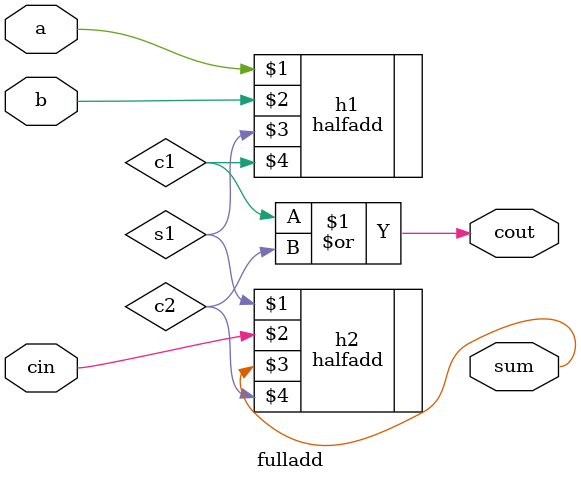
<source format=v>
module fulladd (input a, b, cin,
		output sum, cout);
	
wire s1, c1, c2;

halfadd h1 (a, b, s1, c1);
halfadd h2 (s1, cin, sum, c2);
assign cout = c1 | c2;

endmodule

</source>
